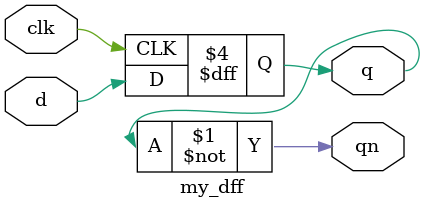
<source format=v>
/*

Copyright 2022 Marc Ketel
SPDX-License-Identifier: Apache-2.0

*/

`default_nettype none

module top_module (
    input  wire clk,
    input  wire x,
    output wire z
);

  wire xor_i, and_i, or_i;
  wire dff1_q, dff2_q, dff3_q;
  wire dff1_qn, dff2_qn, dff3_qn;

  assign xor_i = x ^ dff1_q;
  assign and_i = x & dff2_qn;
  assign or_i  = x | dff3_qn;

  my_dff dff1 (
      clk,
      xor_i,
      dff1_q,
      dff1_qn
  );
  my_dff dff2 (
      clk,
      and_i,
      dff2_q,
      dff2_qn
  );
  my_dff dff3 (
      clk,
      or_i,
      dff3_q,
      dff3_qn
  );

  assign z = ~(dff1_q | dff2_q | dff3_q);


endmodule

module my_dff (
    input  wire clk,
    input  wire d,
    output reg  q,
    output wire qn
);

  initial begin
    q = 0;
  end

  assign qn = ~q;

  always @(posedge clk) begin
    q <= d;
  end

endmodule


</source>
